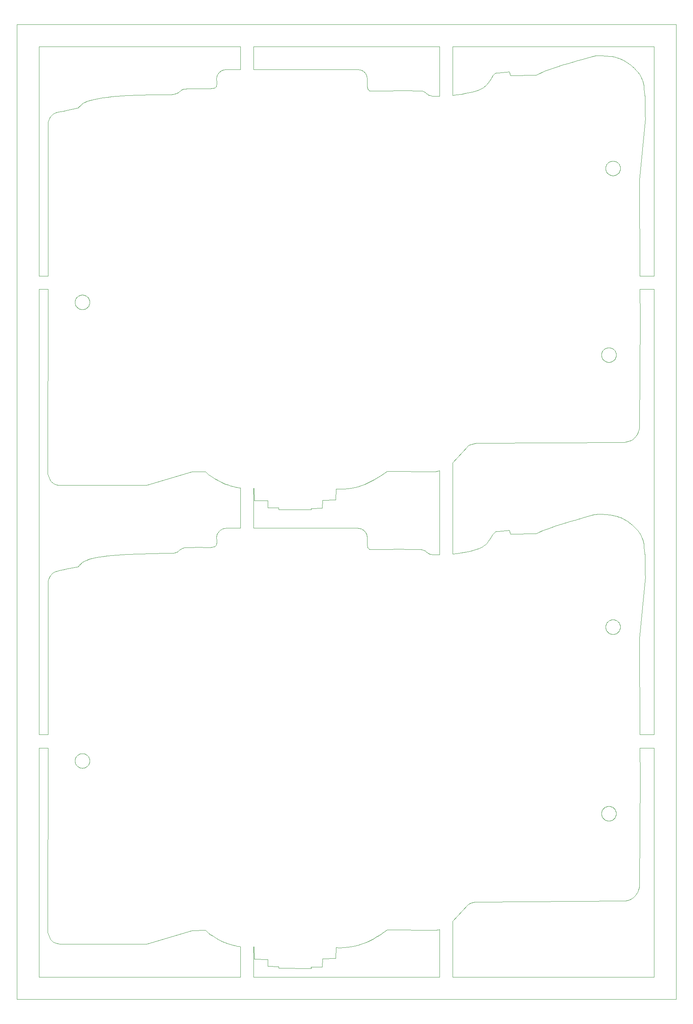
<source format=gbr>
%TF.GenerationSoftware,KiCad,Pcbnew,7.0.1*%
%TF.CreationDate,2023-05-21T16:14:24-05:00*%
%TF.ProjectId,panel,70616e65-6c2e-46b6-9963-61645f706362,rev?*%
%TF.SameCoordinates,Original*%
%TF.FileFunction,Profile,NP*%
%FSLAX46Y46*%
G04 Gerber Fmt 4.6, Leading zero omitted, Abs format (unit mm)*
G04 Created by KiCad (PCBNEW 7.0.1) date 2023-05-21 16:14:24*
%MOMM*%
%LPD*%
G01*
G04 APERTURE LIST*
%TA.AperFunction,Profile*%
%ADD10C,0.100000*%
%TD*%
G04 APERTURE END LIST*
D10*
X120089950Y-30519200D02*
X119925650Y-30641900D01*
X119636450Y-30931100D02*
X119513750Y-31095400D01*
X208406350Y-27211700D02*
X207981350Y-27148600D01*
X209296350Y-197434300D02*
X209335350Y-197590800D01*
X155205350Y-122350600D02*
X155834350Y-121965600D01*
X81640550Y-122798600D02*
X81771350Y-122985600D01*
X209173350Y-95281600D02*
X209090350Y-95420000D01*
X179067350Y-137821600D02*
X178824350Y-137956400D01*
X83120650Y-39818400D02*
X82838950Y-39910300D01*
X209296350Y-94024700D02*
X209335350Y-94181200D01*
X124514216Y-30155400D02*
X121285750Y-30155400D01*
X194211350Y-133565500D02*
X193469350Y-133849700D01*
X177196350Y-138528000D02*
X176330350Y-138737800D01*
X84589250Y-142934400D02*
X83998050Y-143041900D01*
X209575350Y-154469800D02*
X209702350Y-154564800D01*
X209819350Y-154671300D02*
X209925350Y-154788400D01*
X101630550Y-139323300D02*
X98995650Y-139429800D01*
X89624550Y-187478200D02*
X89479050Y-187547000D01*
X214665350Y-158437100D02*
X215957350Y-144554800D01*
X118977750Y-34112700D02*
X118881350Y-34198200D01*
X87205650Y-82449900D02*
X87229650Y-82289600D01*
X153231350Y-226793200D02*
X153905350Y-226473200D01*
X90123950Y-81567300D02*
X90220350Y-81697600D01*
X207284350Y-51505900D02*
X207379350Y-51378800D01*
X96595250Y-139584300D02*
X95490450Y-139681400D01*
X206940350Y-196458600D02*
X207086350Y-196389800D01*
X85165450Y-39377000D02*
X84880150Y-39458700D01*
X172485783Y-118797879D02*
X175731350Y-115223600D01*
X181364350Y-135208800D02*
X180972350Y-135839800D01*
X89327450Y-184444000D02*
X89479050Y-184498200D01*
X114364550Y-34464200D02*
X113928450Y-34501100D01*
X161918350Y-34899600D02*
X161051350Y-34876700D01*
X211529350Y-217559200D02*
X211846350Y-217498200D01*
X87571250Y-81567300D02*
X87680850Y-81446300D01*
X153249350Y-34414900D02*
X153206350Y-34239600D01*
X153139350Y-135481800D02*
X153106350Y-135269300D01*
X169485783Y-120597231D02*
X169485783Y-129909600D01*
X209567350Y-157210800D02*
X209429350Y-157293600D01*
X209283350Y-157362400D02*
X209132350Y-157416700D01*
X207606350Y-157114300D02*
X207485350Y-157004700D01*
X178824350Y-137956400D02*
X178563350Y-138081500D01*
X122323350Y-124009600D02*
X122873350Y-124166600D01*
X185267350Y-134023300D02*
X182665350Y-134289500D01*
X119149950Y-135700800D02*
X119166050Y-136312600D01*
X147007350Y-228148200D02*
X147884350Y-228124200D01*
X149544350Y-227934200D02*
X150330350Y-227777200D01*
X153206350Y-34239600D02*
X153176350Y-34039400D01*
X207036350Y-52095900D02*
X207076350Y-51937700D01*
X153148350Y-33562400D02*
X153150350Y-32291200D01*
X89010650Y-84255000D02*
X88847650Y-84263000D01*
X153139350Y-32072200D02*
X153106350Y-31859700D01*
X215071350Y-31986000D02*
X214852350Y-31590200D01*
X198767350Y-28692400D02*
X197217350Y-29150800D01*
X81527450Y-226012200D02*
X81640550Y-226208200D01*
X81771350Y-226395200D02*
X81922250Y-226569200D01*
X208652350Y-154187500D02*
X208821350Y-154196500D01*
X88684550Y-84255000D02*
X88524250Y-84231000D01*
X119050950Y-137419700D02*
X118977750Y-137522300D01*
X179505350Y-137528600D02*
X179294350Y-137678900D01*
X213897350Y-216148200D02*
X214082350Y-215852200D01*
X208494350Y-95960200D02*
X208349350Y-96029000D01*
X127587350Y-227938200D02*
X127712350Y-230730200D01*
X213869350Y-133707900D02*
X213414350Y-133236600D01*
X197217350Y-132560400D02*
X195703350Y-133041500D01*
X172485783Y-222207479D02*
X172485783Y-222207479D01*
X208349350Y-199438600D02*
X208197350Y-199492900D01*
X81067359Y-183114400D02*
X81042650Y-224714200D01*
X215858350Y-139728200D02*
X215804350Y-139222800D01*
X209173350Y-93727600D02*
X209242350Y-93873200D01*
X151445350Y-133608200D02*
X151233350Y-133576000D01*
X214525350Y-111355600D02*
X214632350Y-110922600D01*
X215923350Y-40493500D02*
X215908350Y-39787100D01*
X181735350Y-134697700D02*
X181548350Y-134933900D01*
X185502350Y-134889400D02*
X185267350Y-134023300D01*
X109353550Y-139172800D02*
X108913550Y-139219900D01*
X151233350Y-133576000D02*
X151014350Y-133565000D01*
X178283350Y-138196200D02*
X177985350Y-138300100D01*
X210228350Y-51937700D02*
X210269350Y-52095900D01*
X210270350Y-156161400D02*
X210231350Y-156317900D01*
X209294350Y-50908100D02*
X209439350Y-50977500D01*
X152210350Y-133928800D02*
X152033350Y-133822000D01*
X169485783Y-36155091D02*
X168467350Y-36165800D01*
X85165450Y-142786600D02*
X84880150Y-142868300D01*
X153176350Y-137449000D02*
X153148350Y-136972000D01*
X214582350Y-134587900D02*
X214257350Y-134158000D01*
X121285750Y-30155400D02*
X121066750Y-30166400D01*
X119513750Y-134505000D02*
X119406950Y-134681100D01*
X210172350Y-51786100D02*
X210228350Y-51937700D01*
X111134250Y-34827500D02*
X110967150Y-34954600D01*
X153054350Y-31654700D02*
X152982350Y-31458300D01*
X164113350Y-34932800D02*
X162679350Y-34923600D01*
X90220350Y-83528500D02*
X90123950Y-83658700D01*
X113928450Y-137910700D02*
X113476250Y-137913500D01*
X176505350Y-218118200D02*
X176809350Y-218012200D01*
X207132350Y-155195700D02*
X207201350Y-155051500D01*
X206802350Y-196541400D02*
X206940350Y-196458600D01*
X207737350Y-157210800D02*
X207606350Y-157114300D01*
X206067350Y-94504600D02*
X206075350Y-94341500D01*
X182266350Y-30914500D02*
X182149350Y-30960500D01*
X206344350Y-196998800D02*
X206441350Y-196868500D01*
X172485783Y-139365728D02*
X172485783Y-129909600D01*
X83408950Y-39745500D02*
X83120650Y-39818400D01*
X153150350Y-135700800D02*
X153139350Y-135481800D01*
X110190950Y-35513600D02*
X109987050Y-35600200D01*
X210763350Y-27937200D02*
X210386350Y-27768200D01*
X206441350Y-93458900D02*
X206551350Y-93337900D01*
X110967150Y-138364200D02*
X110779150Y-138539600D01*
X109987050Y-35600200D02*
X109779550Y-35669400D01*
X81340350Y-225594200D02*
X81527450Y-226012200D01*
X117656050Y-137889500D02*
X114364550Y-137873800D01*
X130690350Y-230777200D02*
X130741350Y-232363200D01*
X154376350Y-34967900D02*
X154136350Y-34977500D01*
X208197350Y-96083300D02*
X208041350Y-96122600D01*
X81640550Y-226208200D02*
X81771350Y-226395200D01*
X120452850Y-133732300D02*
X120266050Y-133822000D01*
X90303250Y-185245700D02*
X90372050Y-185391200D01*
X89479050Y-187547000D02*
X89327450Y-187601300D01*
X119160950Y-135481800D02*
X119149950Y-135700800D01*
X146095350Y-228125200D02*
X147007350Y-228148200D01*
X206940350Y-199369800D02*
X206802350Y-199287000D01*
X208489350Y-54070300D02*
X208329350Y-54046400D01*
X112120250Y-137922800D02*
X111906950Y-137951400D01*
X87268950Y-82133200D02*
X87323250Y-81981600D01*
X89010650Y-80971100D02*
X89171050Y-80995000D01*
X215381350Y-32737400D02*
X215246350Y-32367900D01*
X197217350Y-29150800D02*
X195703350Y-29631900D01*
X153930350Y-138375100D02*
X153754350Y-138340900D01*
X153054350Y-135064300D02*
X152982350Y-134867900D01*
X123383350Y-124292600D02*
X123860350Y-124390600D01*
X210005350Y-131029500D02*
X209618350Y-130901300D01*
X214082350Y-215852200D02*
X214249350Y-215523200D01*
X210103350Y-51641900D02*
X210172350Y-51786100D01*
X164836350Y-34957600D02*
X164113350Y-34932800D01*
X88847650Y-187672600D02*
X88684550Y-187664600D01*
X90220350Y-81697600D02*
X90303250Y-81836100D01*
X207237350Y-92925900D02*
X207394350Y-92886600D01*
X130741350Y-128953600D02*
X133183350Y-128989600D01*
X90220350Y-185107200D02*
X90303250Y-185245700D01*
X110390950Y-35407600D02*
X110190950Y-35513600D01*
X113598850Y-224255200D02*
X116680850Y-224221200D01*
X153905350Y-123063600D02*
X154562350Y-122717600D01*
X113598850Y-120845600D02*
X116680850Y-120811600D01*
X213476350Y-216646200D02*
X213695350Y-216412200D01*
X108460450Y-139235600D02*
X107517050Y-139233900D01*
X176330350Y-138737800D02*
X175391350Y-138929500D01*
X212989350Y-113621600D02*
X213240350Y-113442600D01*
X156453350Y-224974200D02*
X157665350Y-224137200D01*
X151847350Y-133732300D02*
X151650350Y-133660700D01*
X88847650Y-184372700D02*
X89010650Y-184380700D01*
X74042650Y-20000000D02*
X74042650Y-239819200D01*
X168467350Y-36165800D02*
X167885350Y-36118500D01*
X167885350Y-139528100D02*
X167630350Y-139488900D01*
X88052050Y-141971200D02*
X88012850Y-142047200D01*
X82096850Y-123319600D02*
X82297350Y-123463600D01*
X117004350Y-121137600D02*
X117378450Y-121459600D01*
X210172350Y-155195700D02*
X210228350Y-155347300D01*
X87205650Y-82776100D02*
X87197650Y-82613000D01*
X89763050Y-184649800D02*
X89893350Y-184746300D01*
X200370350Y-28236600D02*
X198767350Y-28692400D01*
X156453350Y-121564600D02*
X157665350Y-120727600D01*
X87474850Y-186938100D02*
X87391950Y-186799600D01*
X89893350Y-83889400D02*
X89763050Y-83985800D01*
X200370350Y-131646200D02*
X198767350Y-132102000D01*
X168467350Y-139575400D02*
X167885350Y-139528100D01*
X89624550Y-184567000D02*
X89763050Y-184649800D01*
X133195350Y-129352600D02*
X140506350Y-129409600D01*
X213240350Y-216852200D02*
X213476350Y-216646200D01*
X79042650Y-79704800D02*
X81067359Y-79704800D01*
X214852350Y-31590200D02*
X214582350Y-31178300D01*
X152663350Y-134340700D02*
X152525350Y-134189200D01*
X121093450Y-226998200D02*
X121731650Y-227227200D01*
X182523350Y-134283300D02*
X182390350Y-134295200D01*
X153106350Y-31859700D02*
X153054350Y-31654700D01*
X90014350Y-83779800D02*
X89893350Y-83889400D01*
X177825350Y-114425600D02*
X178187350Y-114401600D01*
X215888350Y-140329700D02*
X215858350Y-139728200D01*
X120452850Y-30322700D02*
X120266050Y-30412400D01*
X209429350Y-157293600D02*
X209283350Y-157362400D01*
X117656050Y-34479900D02*
X114364550Y-34464200D01*
X88459350Y-141649300D02*
X88363150Y-141793400D01*
X119193150Y-135269300D02*
X119160950Y-135481800D01*
X206028350Y-27003900D02*
X205578350Y-27000000D01*
X89080450Y-141123700D02*
X88890250Y-141247700D01*
X88258250Y-38406000D02*
X88172550Y-38443800D01*
X205578350Y-130409600D02*
X205170350Y-130423600D01*
X162679350Y-138333200D02*
X161918350Y-138309200D01*
X212639350Y-132556500D02*
X212260350Y-132261500D01*
X209618350Y-130901300D02*
X209223350Y-130791800D01*
X207088350Y-130468800D02*
X206028350Y-130413500D01*
X207379350Y-154788400D02*
X207485350Y-154671300D01*
X91025050Y-36975100D02*
X90363050Y-37163700D01*
X121066750Y-133576000D02*
X120854250Y-133608200D01*
X82838950Y-39910300D02*
X82566150Y-40026600D01*
X206139350Y-197434300D02*
X206193350Y-197282800D01*
X151847350Y-30322700D02*
X151650350Y-30251100D01*
X207201350Y-155051500D02*
X207284350Y-154915500D01*
X206802350Y-95877400D02*
X206672350Y-95780900D01*
X176222350Y-114844600D02*
X176505350Y-114708600D01*
X207011350Y-155669300D02*
X207036350Y-155505500D01*
X207606350Y-53704700D02*
X207485350Y-53595100D01*
X89624550Y-84068600D02*
X89479050Y-84137400D01*
X152525350Y-30779600D02*
X152374350Y-30641900D01*
X90014350Y-184855900D02*
X90123950Y-184976900D01*
X166473350Y-35438900D02*
X166301350Y-35306000D01*
X210020350Y-154915500D02*
X210103350Y-155051500D01*
X98995650Y-36020200D02*
X97764650Y-36091500D01*
X174381350Y-139104700D02*
X173303350Y-139263300D01*
X207379350Y-51378800D02*
X207485350Y-51261700D01*
X120266050Y-30412400D02*
X120089950Y-30519200D01*
X206193350Y-198545600D02*
X206139350Y-198394100D01*
X165586350Y-35000600D02*
X165246350Y-34957500D01*
X207073350Y-156317900D02*
X207034350Y-156161400D01*
X83087050Y-227193200D02*
X83422950Y-227256200D01*
X167630350Y-36079300D02*
X167402350Y-36028900D01*
X87474850Y-81697600D02*
X87571250Y-81567300D01*
X177825350Y-217835200D02*
X178187350Y-217811200D01*
X87229650Y-185699200D02*
X87268950Y-185542800D01*
X191981350Y-134474500D02*
X191232350Y-134820200D01*
X208815350Y-157479900D02*
X208652350Y-157487900D01*
X111134250Y-138237100D02*
X110967150Y-138364200D01*
X173303350Y-139263300D02*
X172485783Y-139365728D01*
X207196350Y-156615000D02*
X207128350Y-156469400D01*
X214525350Y-214765200D02*
X214632350Y-214332200D01*
X213897350Y-112738600D02*
X214082350Y-112442600D01*
X169485783Y-224006831D02*
X169485783Y-234819200D01*
X104478450Y-139259200D02*
X101630550Y-139323300D01*
X208010350Y-154317700D02*
X208161350Y-154262200D01*
X119774150Y-134189200D02*
X119636450Y-134340700D01*
X206139350Y-94984500D02*
X206099350Y-94828000D01*
X89763050Y-81240200D02*
X89893350Y-81336700D01*
X209698350Y-53704700D02*
X209567350Y-53801200D01*
X89479050Y-84137400D02*
X89327450Y-84191700D01*
X90426250Y-185542800D02*
X90465650Y-185699200D01*
X209439350Y-50977500D02*
X209575350Y-51060200D01*
X214249350Y-112113600D02*
X214397350Y-111752600D01*
X213414350Y-133236600D02*
X213024350Y-132881600D01*
X87205650Y-185859500D02*
X87229650Y-185699200D01*
X119103950Y-137297500D02*
X119050950Y-137419700D01*
X168527350Y-224208200D02*
X169216350Y-224077200D01*
X88070650Y-187478200D02*
X87932150Y-187395400D01*
X206075350Y-198077300D02*
X206067350Y-197914200D01*
X119281750Y-122708600D02*
X120404650Y-123318600D01*
X151233350Y-30166400D02*
X151014350Y-30155400D01*
X164113350Y-138342400D02*
X162679350Y-138333200D01*
X169485783Y-129909600D02*
X169485783Y-139564691D01*
X206802350Y-93131800D02*
X206940350Y-93049000D01*
X88723350Y-141376900D02*
X88579150Y-141510800D01*
X153148350Y-136972000D02*
X153150350Y-135700800D01*
X209242350Y-93873200D02*
X209296350Y-94024700D01*
X209359350Y-94667700D02*
X209335350Y-94828000D01*
X209090350Y-196998800D02*
X209173350Y-197137200D01*
X177472350Y-217875200D02*
X177825350Y-217835200D01*
X152539350Y-227086200D02*
X153231350Y-226793200D01*
X207880350Y-199556100D02*
X207717350Y-199564100D01*
X120854250Y-133608200D02*
X120649250Y-133660700D01*
X120404650Y-226728200D02*
X121093450Y-226998200D01*
X117378450Y-224869200D02*
X117798550Y-225186200D01*
X81340350Y-122184600D02*
X81527450Y-122602600D01*
X207011350Y-52259700D02*
X207036350Y-52095900D01*
X207875350Y-53884000D02*
X207737350Y-53801200D01*
X211885350Y-28584700D02*
X211511350Y-28343900D01*
X207002350Y-155838000D02*
X207011350Y-155669300D01*
X153176350Y-34039400D02*
X153148350Y-33562400D01*
X118206950Y-34414500D02*
X117656050Y-34479900D01*
X207554350Y-196272300D02*
X207717350Y-196264300D01*
X207737350Y-53801200D02*
X207606350Y-53704700D01*
X88524250Y-184404600D02*
X88684550Y-184380700D01*
X208652350Y-157487900D02*
X208489350Y-157479900D01*
X215804350Y-139222800D02*
X215727350Y-138543300D01*
X215613350Y-137199700D02*
X215559350Y-136856000D01*
X109353550Y-35763200D02*
X108913550Y-35810300D01*
X123860350Y-227800200D02*
X124305350Y-227873200D01*
X93483850Y-36506900D02*
X92588250Y-36647500D01*
X204117350Y-130576000D02*
X203795350Y-130666900D01*
X214736994Y-183114400D02*
X217957350Y-183114400D01*
X206262350Y-93727600D02*
X206344350Y-93589200D01*
X97764650Y-139501100D02*
X96595250Y-139584300D01*
X215246350Y-32367900D02*
X215071350Y-31986000D01*
X214397350Y-111752600D02*
X214525350Y-111355600D01*
X90489550Y-185859500D02*
X90497650Y-186022600D01*
X87474850Y-83528500D02*
X87391950Y-83390000D01*
X207554350Y-96146500D02*
X207394350Y-96122600D01*
X120404650Y-123318600D02*
X121093450Y-123588600D01*
X208821350Y-50786900D02*
X208985350Y-50811900D01*
X207485350Y-53595100D02*
X207376350Y-53474100D01*
X166103350Y-138592700D02*
X165868350Y-138488200D01*
X160040350Y-138296700D02*
X157998350Y-138362700D01*
X178824350Y-34546800D02*
X178563350Y-34671900D01*
X210108350Y-53205400D02*
X210025350Y-53343800D01*
X178187350Y-217811200D02*
X210861350Y-217622200D01*
X209090350Y-93589200D02*
X209173350Y-93727600D01*
X206672350Y-95780900D02*
X206551350Y-95671300D01*
X214082350Y-112442600D02*
X214249350Y-112113600D01*
X207237350Y-96083300D02*
X207086350Y-96029000D01*
X208172350Y-157416700D02*
X208021350Y-157362400D01*
X165586350Y-138410200D02*
X165246350Y-138367100D01*
X212444350Y-113902600D02*
X212724350Y-113774600D01*
X167202350Y-139376200D02*
X167031350Y-139301300D01*
X207394350Y-96122600D02*
X207237350Y-96083300D01*
X177472350Y-114465600D02*
X177825350Y-114425600D01*
X209335350Y-198237600D02*
X209296350Y-198394100D01*
X108913550Y-139219900D02*
X108460450Y-139235600D01*
X193469350Y-30440100D02*
X192726350Y-30741900D01*
X208010350Y-50908100D02*
X208161350Y-50852600D01*
X181735350Y-31288100D02*
X181548350Y-31524300D01*
X215484350Y-136505700D02*
X215381350Y-136147000D01*
X175963350Y-115014600D02*
X176222350Y-114844600D01*
X119245650Y-31654700D02*
X119193150Y-31859700D01*
X88070650Y-84068600D02*
X87932150Y-83985800D01*
X89171050Y-184404600D02*
X89327450Y-184444000D01*
X89293350Y-37594700D02*
X89080450Y-37714100D01*
X191981350Y-31064900D02*
X191232350Y-31410600D01*
X157665350Y-224137200D02*
X168527350Y-224208200D01*
X206075350Y-94667700D02*
X206067350Y-94504600D01*
X82789350Y-123697600D02*
X83087050Y-123783600D01*
X81042650Y-224714200D02*
X81186850Y-225157200D01*
X206344350Y-93589200D02*
X206441350Y-93458900D01*
X88847650Y-80963100D02*
X89010650Y-80971100D01*
X81239550Y-41560400D02*
X81089750Y-42009400D01*
X121731650Y-227227200D02*
X122323350Y-227419200D01*
X88172550Y-38443800D02*
X88104850Y-38496500D01*
X211846350Y-217498200D02*
X212152350Y-217416200D01*
X89327450Y-187601300D02*
X89171050Y-187640600D01*
X88012850Y-142047200D02*
X87966350Y-142225400D01*
X107517050Y-139233900D02*
X104478450Y-139259200D01*
X207237350Y-196335500D02*
X207394350Y-196296200D01*
X83799650Y-227294200D02*
X103398450Y-227293200D01*
X82056550Y-40355300D02*
X81824050Y-40579600D01*
X182523350Y-30873700D02*
X182390350Y-30885600D01*
X208172350Y-54007100D02*
X208021350Y-53952800D01*
X212444350Y-217312200D02*
X212724350Y-217184200D01*
X84589250Y-39524800D02*
X83998050Y-39632300D01*
X193469350Y-133849700D02*
X192726350Y-134151500D01*
X152033350Y-30412400D02*
X151847350Y-30322700D01*
X206193350Y-197282800D02*
X206262350Y-197137200D01*
X203795350Y-27257300D02*
X202041350Y-27765300D01*
X208197350Y-199492900D02*
X208041350Y-199532200D01*
X151014350Y-133565000D02*
X127514216Y-133565000D01*
X213024350Y-132881600D02*
X212639350Y-132556500D01*
X209132350Y-54007100D02*
X208975350Y-54046400D01*
X81069141Y-76704800D02*
X79042650Y-76704800D01*
X209296350Y-198394100D02*
X209242350Y-198545600D01*
X207394350Y-92886600D02*
X207554350Y-92862700D01*
X117798550Y-121776600D02*
X118259050Y-122090600D01*
X151014350Y-30155400D02*
X127514216Y-30155400D01*
X90372050Y-185391200D02*
X90426250Y-185542800D01*
X151090350Y-227583200D02*
X151826350Y-227351200D01*
X152893350Y-31271500D02*
X152786350Y-31095400D01*
X191232350Y-134820200D02*
X185502350Y-134889400D01*
X127514216Y-124530621D02*
X127514216Y-124530621D01*
X140471350Y-232529200D02*
X143031350Y-232472200D01*
X122873350Y-227576200D02*
X123383350Y-227702200D01*
X127514216Y-30155400D02*
X127514216Y-25000000D01*
X110390950Y-138817200D02*
X110190950Y-138923200D01*
X210270350Y-52751800D02*
X210231350Y-52908300D01*
X152663350Y-30931100D02*
X152525350Y-30779600D01*
X81186850Y-225157200D02*
X81340350Y-225594200D01*
X146082350Y-230562200D02*
X146095350Y-228125200D01*
X207086350Y-196389800D02*
X207237350Y-196335500D01*
X204117350Y-27166400D02*
X203795350Y-27257300D01*
X204796350Y-27045500D02*
X204448350Y-27096100D01*
X166301350Y-35306000D02*
X166103350Y-35183100D01*
X90014350Y-187189400D02*
X89893350Y-187299000D01*
X217957350Y-234819200D02*
X172485783Y-234819200D01*
X104478450Y-35849600D02*
X101630550Y-35913700D01*
X153386350Y-34692300D02*
X153308350Y-34565600D01*
X215727350Y-35133700D02*
X215679350Y-34464400D01*
X112562550Y-34489500D02*
X112120250Y-34513200D01*
X210386350Y-27768200D02*
X210005350Y-27619900D01*
X118758950Y-137678400D02*
X118607650Y-137736400D01*
X208021350Y-157362400D02*
X207875350Y-157293600D01*
X208633350Y-93131800D02*
X208763350Y-93228300D01*
X202041350Y-27765300D02*
X200370350Y-28236600D01*
X81089750Y-145419000D02*
X81069141Y-180114400D01*
X185267350Y-30613700D02*
X182665350Y-30879900D01*
X81067359Y-183114400D02*
X81067359Y-183114400D01*
X207603350Y-51155200D02*
X207730350Y-51060200D01*
X209575350Y-51060200D02*
X209702350Y-51155200D01*
X182038350Y-134431100D02*
X181933350Y-134507000D01*
X209283350Y-53952800D02*
X209132350Y-54007100D01*
X97764650Y-36091500D02*
X96595250Y-36174700D01*
X194211350Y-30155900D02*
X193469350Y-30440100D01*
X208820350Y-130698800D02*
X208406350Y-130621300D01*
X209819350Y-51261700D02*
X209925350Y-51378800D01*
X90489550Y-186185700D02*
X90465650Y-186346000D01*
X127514216Y-133565000D02*
X127514216Y-129909600D01*
X181933350Y-134507000D02*
X181735350Y-134697700D01*
X207554350Y-92862700D02*
X207717350Y-92854700D01*
X124514216Y-25000000D02*
X124514216Y-30155400D01*
X209429350Y-53884000D02*
X209283350Y-53952800D01*
X167031350Y-35891700D02*
X166891350Y-35803600D01*
X208494350Y-93049000D02*
X208633350Y-93131800D01*
X210176350Y-53059800D02*
X210108350Y-53205400D01*
X110587050Y-138690000D02*
X110390950Y-138817200D01*
X133183350Y-128989600D02*
X133195350Y-129352600D01*
X87680850Y-184855900D02*
X87801950Y-184746300D01*
X208041350Y-96122600D02*
X207880350Y-96146500D01*
X210231350Y-156317900D02*
X210176350Y-156469400D01*
X109987050Y-139009800D02*
X109779550Y-139079000D01*
X143041350Y-230644200D02*
X146082350Y-230562200D01*
X166784350Y-35701600D02*
X166473350Y-35438900D01*
X207086350Y-96029000D02*
X206940350Y-95960200D01*
X91025050Y-140384700D02*
X90363050Y-140573300D01*
X206075350Y-94341500D02*
X206099350Y-94181200D01*
X89893350Y-187299000D02*
X89763050Y-187395400D01*
X118206950Y-137824100D02*
X117656050Y-137889500D01*
X212152350Y-114006600D02*
X212444350Y-113902600D01*
X119281750Y-226118200D02*
X120404650Y-226728200D01*
X120649250Y-133660700D02*
X120452850Y-133732300D01*
X207866350Y-154387100D02*
X208010350Y-154317700D01*
X89327450Y-81034400D02*
X89479050Y-81088600D01*
X147884350Y-124714600D02*
X148729350Y-124641600D01*
X152786350Y-134505000D02*
X152663350Y-134340700D01*
X90014350Y-81446300D02*
X90123950Y-81567300D01*
X176505350Y-114708600D02*
X176809350Y-114602600D01*
X118977750Y-137522300D02*
X118881350Y-137607800D01*
X89893350Y-184746300D02*
X90014350Y-184855900D01*
X87801950Y-81336700D02*
X87932150Y-81240200D01*
X164836350Y-138367200D02*
X164113350Y-138342400D01*
X215381350Y-136147000D02*
X215246350Y-135777500D01*
X207875350Y-157293600D02*
X207737350Y-157210800D01*
X87801950Y-187299000D02*
X87680850Y-187189400D01*
X88684550Y-80971100D02*
X88847650Y-80963100D01*
X90372050Y-83244500D02*
X90303250Y-83390000D01*
X88052050Y-38561600D02*
X88012850Y-38637600D01*
X181364350Y-31799200D02*
X180972350Y-32430200D01*
X185502350Y-31479800D02*
X185267350Y-30613700D01*
X81922250Y-226569200D02*
X82096850Y-226729200D01*
X208320350Y-154221500D02*
X208483350Y-154196500D01*
X79042650Y-234819200D02*
X79042650Y-183114400D01*
X79042650Y-180114400D02*
X79042650Y-79704800D01*
X123860350Y-124390600D02*
X124305350Y-124463600D01*
X157998350Y-34953100D02*
X154376350Y-34967900D01*
X87966350Y-142225400D02*
X85165450Y-142786600D01*
X84880150Y-39458700D02*
X84589250Y-39524800D01*
X215904350Y-38311800D02*
X215888350Y-36920100D01*
X87268950Y-186502500D02*
X87229650Y-186346000D01*
X209618350Y-27491700D02*
X209223350Y-27382200D01*
X181548350Y-134933900D02*
X181364350Y-135208800D01*
X90123950Y-83658700D02*
X90014350Y-83779800D01*
X208021350Y-53952800D02*
X207875350Y-53884000D01*
X203795350Y-130666900D02*
X202041350Y-131174900D01*
X179885350Y-33800100D02*
X179505350Y-34119000D01*
X178563350Y-34671900D02*
X178283350Y-34786600D01*
X123383350Y-227702200D02*
X123860350Y-227800200D01*
X111700450Y-137994600D02*
X111502050Y-138054900D01*
X206672350Y-93228300D02*
X206802350Y-93131800D01*
X212260350Y-132261500D02*
X211885350Y-131994300D01*
X178563350Y-138081500D02*
X178283350Y-138196200D01*
X207128350Y-53059800D02*
X207073350Y-52908300D01*
X81771350Y-122985600D02*
X81922250Y-123159600D01*
X211511350Y-28343900D02*
X211138350Y-28128400D01*
X81186850Y-121747600D02*
X81340350Y-122184600D01*
X207880350Y-92862700D02*
X208041350Y-92886600D01*
X214582350Y-31178300D02*
X214257350Y-30748400D01*
X79042650Y-183114400D02*
X81067359Y-183114400D01*
X208884350Y-93337900D02*
X208994350Y-93458900D01*
X82789350Y-227107200D02*
X83087050Y-227193200D01*
X118758950Y-34268800D02*
X118607650Y-34326800D01*
X207981350Y-130558200D02*
X207088350Y-130468800D01*
X208483350Y-154196500D02*
X208652350Y-154187500D01*
X83799650Y-123884600D02*
X103398450Y-123883600D01*
X151090350Y-124173600D02*
X151826350Y-123941600D01*
X209335350Y-94828000D02*
X209296350Y-94984500D01*
X89763050Y-187395400D02*
X89624550Y-187478200D01*
X89171050Y-187640600D02*
X89010650Y-187664600D01*
X120649250Y-30251100D02*
X120452850Y-30322700D01*
X182038350Y-31021500D02*
X181933350Y-31097400D01*
X101630550Y-35913700D02*
X98995650Y-36020200D01*
X161051350Y-34876700D02*
X160040350Y-34887100D01*
X214728284Y-180114400D02*
X214665350Y-158437100D01*
X209928350Y-53474100D02*
X209819350Y-53595100D01*
X88070650Y-84068600D02*
X88070650Y-84068600D01*
X87391950Y-185245700D02*
X87474850Y-185107200D01*
X215484350Y-33096100D02*
X215381350Y-32737400D01*
X208489350Y-157479900D02*
X208329350Y-157456000D01*
X121066750Y-30166400D02*
X120854250Y-30198600D01*
X119925650Y-134051500D02*
X119774150Y-134189200D01*
X87801950Y-184746300D02*
X87932150Y-184649800D01*
X154562350Y-122717600D02*
X155205350Y-122350600D01*
X95490450Y-139681400D02*
X94452250Y-139792000D01*
X214632350Y-214332200D02*
X214755350Y-189436800D01*
X206139350Y-198394100D02*
X206099350Y-198237600D01*
X83998050Y-143041900D02*
X83408950Y-143155100D01*
X88172550Y-141853400D02*
X88104850Y-141906100D01*
X74042650Y-239819200D02*
X222957350Y-239819200D01*
X217957350Y-180114400D02*
X214728284Y-180114400D01*
X166784350Y-139111200D02*
X166473350Y-138848500D01*
X214257350Y-30748400D02*
X213869350Y-30298300D01*
X154136350Y-138387100D02*
X153930350Y-138375100D01*
X207730350Y-51060200D02*
X207866350Y-50977500D01*
X208633350Y-196541400D02*
X208763350Y-196637900D01*
X207034350Y-156161400D02*
X207010350Y-156001100D01*
X119406950Y-134681100D02*
X119317250Y-134867900D01*
X130741350Y-232363200D02*
X133183350Y-232399200D01*
X169485783Y-139564691D02*
X168467350Y-139575400D01*
X215679350Y-34464400D02*
X215613350Y-33790100D01*
X214728284Y-76704800D02*
X214728284Y-76704800D01*
X207485350Y-154671300D02*
X207603350Y-154564800D01*
X207279350Y-53343800D02*
X207196350Y-53205400D01*
X118881350Y-34198200D02*
X118758950Y-34268800D01*
X118259050Y-122090600D02*
X118755150Y-122400600D01*
X209335350Y-197590800D02*
X209359350Y-197751100D01*
X90363050Y-37163700D02*
X89785350Y-37370500D01*
X207603350Y-154564800D02*
X207730350Y-154469800D01*
X94452250Y-139792000D02*
X93483850Y-139916500D01*
X206672350Y-196637900D02*
X206802350Y-196541400D01*
X111502050Y-34645300D02*
X111312850Y-34725300D01*
X124514216Y-234819200D02*
X79042650Y-234819200D01*
X167402350Y-36028900D02*
X167202350Y-35966600D01*
X208329350Y-54046400D02*
X208172350Y-54007100D01*
X140506350Y-232819200D02*
X140471350Y-232529200D01*
X206075350Y-197751100D02*
X206099350Y-197590800D01*
X120266050Y-133822000D02*
X120089950Y-133928800D01*
X209090350Y-95420000D02*
X208994350Y-95550300D01*
X88216150Y-81088600D02*
X88367750Y-81034400D01*
X87966350Y-38815800D02*
X85165450Y-39377000D01*
X87932150Y-83985800D02*
X87801950Y-83889400D01*
X152539350Y-123676600D02*
X153231350Y-123383600D01*
X207717350Y-199564100D02*
X207554350Y-199556100D01*
X89080450Y-37714100D02*
X88890250Y-37838100D01*
X207034350Y-52751800D02*
X207010350Y-52591500D01*
X207076350Y-155347300D02*
X207132350Y-155195700D01*
X214755350Y-189436800D02*
X214736994Y-183114400D01*
X209090350Y-198829600D02*
X208994350Y-198959900D01*
X92588250Y-140057100D02*
X91767650Y-140212600D01*
X95490450Y-36271800D02*
X94452250Y-36382400D01*
X213240350Y-113442600D02*
X213476350Y-113236600D01*
X152893350Y-134681100D02*
X152786350Y-134505000D01*
X192726350Y-30741900D02*
X191981350Y-31064900D01*
X87391950Y-186799600D02*
X87323250Y-186654100D01*
X178283350Y-34786600D02*
X177985350Y-34890500D01*
X157998350Y-138362700D02*
X154376350Y-138377500D01*
X215071350Y-135395600D02*
X214852350Y-134999800D01*
X87268950Y-83092900D02*
X87229650Y-82936400D01*
X207485350Y-157004700D02*
X207376350Y-156883700D01*
X87680850Y-83779800D02*
X87571250Y-83658700D01*
X153206350Y-137649200D02*
X153176350Y-137449000D01*
X217957350Y-79704800D02*
X217957350Y-180114400D01*
X172485783Y-25000000D02*
X217957350Y-25000000D01*
X152525350Y-134189200D02*
X152374350Y-134051500D01*
X82527350Y-227000200D02*
X82789350Y-227107200D01*
X210108350Y-156615000D02*
X210025350Y-156753400D01*
X180972350Y-135839800D02*
X180750350Y-136180800D01*
X87205650Y-186185700D02*
X87197650Y-186022600D01*
X90465650Y-185699200D02*
X90489550Y-185859500D01*
X116680850Y-224221200D02*
X117004350Y-224547200D01*
X222957350Y-239819200D02*
X222957350Y-20000000D01*
X213869350Y-30298300D02*
X213414350Y-29827000D01*
X195703350Y-29631900D02*
X194211350Y-30155900D01*
X113928450Y-34501100D02*
X113476250Y-34503900D01*
X207036350Y-155505500D02*
X207076350Y-155347300D01*
X209819350Y-53595100D02*
X209698350Y-53704700D01*
X207880350Y-196272300D02*
X208041350Y-196296200D01*
X116680850Y-120811600D02*
X117004350Y-121137600D01*
X172485783Y-222207479D02*
X175731350Y-218633200D01*
X207073350Y-52908300D02*
X207034350Y-52751800D01*
X206441350Y-198959900D02*
X206344350Y-198829600D01*
X119636450Y-134340700D02*
X119513750Y-134505000D01*
X155205350Y-225760200D02*
X155834350Y-225375200D01*
X110967150Y-34954600D02*
X110779150Y-35130000D01*
X87197650Y-186022600D02*
X87205650Y-185859500D01*
X119166050Y-32903000D02*
X119170250Y-33381100D01*
X215957350Y-144554800D02*
X215923350Y-143903100D01*
X211200350Y-114190600D02*
X211529350Y-114149600D01*
X206551350Y-196747500D02*
X206672350Y-196637900D01*
X87323250Y-83244500D02*
X87268950Y-83092900D01*
X90363050Y-140573300D02*
X89785350Y-140780100D01*
X87932150Y-187395400D02*
X87801950Y-187299000D01*
X215858350Y-36318600D02*
X215804350Y-35813200D01*
X127514216Y-234819200D02*
X127514216Y-227940221D01*
X112562550Y-137899100D02*
X112120250Y-137922800D01*
X208494350Y-196458600D02*
X208633350Y-196541400D01*
X210020350Y-51505900D02*
X210103350Y-51641900D01*
X151826350Y-227351200D02*
X152539350Y-227086200D01*
X213695350Y-113002600D02*
X213897350Y-112738600D01*
X98995650Y-139429800D02*
X97764650Y-139501100D01*
X215559350Y-136856000D02*
X215484350Y-136505700D01*
X88524250Y-84231000D02*
X88367750Y-84191700D01*
X153106350Y-135269300D02*
X153054350Y-135064300D01*
X208349350Y-196389800D02*
X208494350Y-196458600D01*
X176222350Y-218254200D02*
X176505350Y-218118200D01*
X208763350Y-199190500D02*
X208633350Y-199287000D01*
X207010350Y-156001100D02*
X207002350Y-155838000D01*
X208161350Y-50852600D02*
X208320350Y-50811900D01*
X118424650Y-34374600D02*
X118206950Y-34414500D01*
X90303250Y-81836100D02*
X90372050Y-81981600D01*
X206672350Y-199190500D02*
X206551350Y-199080900D01*
X202041350Y-131174900D02*
X200370350Y-131646200D01*
X177985350Y-34890500D02*
X177196350Y-35118400D01*
X90426250Y-82133200D02*
X90465650Y-82289600D01*
X177133350Y-217931200D02*
X177472350Y-217875200D01*
X214736994Y-79704800D02*
X217957350Y-79704800D01*
X210025350Y-53343800D02*
X209928350Y-53474100D01*
X207717350Y-196264300D02*
X207880350Y-196272300D01*
X210269350Y-52095900D02*
X210294350Y-52259700D01*
X215613350Y-33790100D02*
X215559350Y-33446400D01*
X153930350Y-34965500D02*
X153754350Y-34931300D01*
X208994350Y-93458900D02*
X209090350Y-93589200D01*
X208884350Y-196747500D02*
X208994350Y-196868500D01*
X113476250Y-34503900D02*
X112562550Y-34489500D01*
X82096850Y-226729200D02*
X82297350Y-226873200D01*
X88684550Y-187664600D02*
X88524250Y-187640600D01*
X209143350Y-154262200D02*
X209294350Y-154317700D01*
X81413250Y-144586000D02*
X81239550Y-144970000D01*
X191232350Y-31410600D02*
X185502350Y-31479800D01*
X88459350Y-38239700D02*
X88363150Y-38383800D01*
X87323250Y-81981600D02*
X87391950Y-81836100D01*
X210294350Y-52259700D02*
X210302350Y-52428400D01*
X210025350Y-156753400D02*
X209928350Y-156883700D01*
X212152350Y-217416200D02*
X212444350Y-217312200D01*
X90489550Y-82776100D02*
X90465650Y-82936400D01*
X210294350Y-156001100D02*
X210270350Y-156161400D01*
X87474850Y-185107200D02*
X87571250Y-184976900D01*
X210103350Y-155051500D02*
X210172350Y-155195700D01*
X204796350Y-130455100D02*
X204448350Y-130505700D01*
X215923350Y-143903100D02*
X215908350Y-143196700D01*
X206551350Y-199080900D02*
X206441350Y-198959900D01*
X119139550Y-33743900D02*
X119103950Y-33887900D01*
X211138350Y-28128400D02*
X210763350Y-27937200D01*
X121285750Y-30155400D02*
X121285750Y-30155400D01*
X153308350Y-137975200D02*
X153249350Y-137824500D01*
X110587050Y-35280400D02*
X110390950Y-35407600D01*
X206099350Y-197590800D02*
X206139350Y-197434300D01*
X152374350Y-134051500D02*
X152210350Y-133928800D01*
X209294350Y-154317700D02*
X209439350Y-154387100D01*
X212724350Y-217184200D02*
X212989350Y-217031200D01*
X114364550Y-137873800D02*
X113928450Y-137910700D01*
X209702350Y-154564800D02*
X209819350Y-154671300D01*
X82566150Y-143436200D02*
X82304650Y-143582500D01*
X206262350Y-197137200D02*
X206344350Y-196998800D01*
X207237350Y-199492900D02*
X207086350Y-199438600D01*
X209359350Y-94341500D02*
X209367350Y-94504600D01*
X90497650Y-186022600D02*
X90489550Y-186185700D01*
X81824050Y-40579600D02*
X81608550Y-40851400D01*
X88070650Y-187478200D02*
X88070650Y-187478200D01*
X90489550Y-82449900D02*
X90497650Y-82613000D01*
X167031350Y-139301300D02*
X166891350Y-139213200D01*
X208197350Y-196335500D02*
X208349350Y-196389800D01*
X90372050Y-81981600D02*
X90426250Y-82133200D01*
X206940350Y-95960200D02*
X206802350Y-95877400D01*
X174381350Y-35695100D02*
X173303350Y-35853700D01*
X182266350Y-134324100D02*
X182149350Y-134370100D01*
X208994350Y-196868500D02*
X209090350Y-196998800D01*
X81413250Y-41176400D02*
X81239550Y-41560400D01*
X214852350Y-134999800D02*
X214582350Y-134587900D01*
X81069141Y-180114400D02*
X79042650Y-180114400D01*
X175391350Y-138929500D02*
X174381350Y-139104700D01*
X147884350Y-228124200D02*
X148729350Y-228051200D01*
X151650350Y-30251100D02*
X151445350Y-30198600D01*
X119406950Y-31271500D02*
X119317250Y-31458300D01*
X90303250Y-83390000D02*
X90220350Y-83528500D01*
X210302350Y-155838000D02*
X210294350Y-156001100D01*
X90465650Y-186346000D02*
X90426250Y-186502500D01*
X209359350Y-94341500D02*
X209359350Y-94341500D01*
X207376350Y-156883700D02*
X207279350Y-156753400D01*
X153606350Y-138284300D02*
X153484350Y-138204700D01*
X207376350Y-53474100D02*
X207279350Y-53343800D01*
X90303250Y-186799600D02*
X90220350Y-186938100D01*
X182390350Y-134295200D02*
X182266350Y-134324100D01*
X90497650Y-82613000D02*
X90489550Y-82776100D01*
X207086350Y-92980200D02*
X207237350Y-92925900D01*
X213024350Y-29472000D02*
X212639350Y-29146900D01*
X208994350Y-198959900D02*
X208884350Y-199080900D01*
X207717350Y-96154500D02*
X207554350Y-96146500D01*
X103398450Y-123883600D02*
X113598850Y-120845600D01*
X181933350Y-31097400D02*
X181735350Y-31288100D01*
X88104850Y-141906100D02*
X88052050Y-141971200D01*
X182665350Y-30879900D02*
X182523350Y-30873700D01*
X118755150Y-225810200D02*
X119281750Y-226118200D01*
X205170350Y-130423600D02*
X204796350Y-130455100D01*
X208820350Y-27289200D02*
X208406350Y-27211700D01*
X89785350Y-37370500D02*
X89293350Y-37594700D01*
X176809350Y-218012200D02*
X177133350Y-217931200D01*
X214257350Y-134158000D02*
X213869350Y-133707900D01*
X88723350Y-37967300D02*
X88579150Y-38101200D01*
X206139350Y-94024700D02*
X206193350Y-93873200D01*
X165246350Y-138367100D02*
X164836350Y-138367200D01*
X180750350Y-32771200D02*
X180500350Y-33118500D01*
X176330350Y-35328200D02*
X175391350Y-35519900D01*
X140471350Y-129119600D02*
X143031350Y-129062600D01*
X207002350Y-52428400D02*
X207011350Y-52259700D01*
X209143350Y-50852600D02*
X209294350Y-50908100D01*
X90220350Y-186938100D02*
X90123950Y-187068300D01*
X88367750Y-187601300D02*
X88216150Y-187547000D01*
X82056550Y-143764900D02*
X81824050Y-143989200D01*
X152982350Y-134867900D02*
X152893350Y-134681100D01*
X152033350Y-133822000D02*
X151847350Y-133732300D01*
X208633350Y-95877400D02*
X208494350Y-95960200D01*
X87391950Y-81836100D02*
X87474850Y-81697600D01*
X207201350Y-51641900D02*
X207284350Y-51505900D01*
X212260350Y-28851900D02*
X211885350Y-28584700D01*
X169216350Y-120667600D02*
X169485783Y-120597231D01*
X195703350Y-133041500D02*
X194211350Y-133565500D01*
X205578350Y-27000000D02*
X205170350Y-27014000D01*
X215957350Y-41145200D02*
X215923350Y-40493500D01*
X87571250Y-184976900D02*
X87680850Y-184855900D01*
X152374350Y-30641900D02*
X152210350Y-30519200D01*
X117004350Y-224547200D02*
X117378450Y-224869200D01*
X96595250Y-36174700D02*
X95490450Y-36271800D01*
X206940350Y-93049000D02*
X207086350Y-92980200D01*
X127514216Y-227940221D02*
X127514216Y-227940221D01*
X110779150Y-35130000D02*
X110587050Y-35280400D01*
X88524250Y-187640600D02*
X88367750Y-187601300D01*
X88363150Y-38383800D02*
X88258250Y-38406000D01*
X122873350Y-124166600D02*
X123383350Y-124292600D01*
X207284350Y-154915500D02*
X207379350Y-154788400D01*
X155834350Y-225375200D02*
X156453350Y-224974200D01*
X79042650Y-25000000D02*
X124514216Y-25000000D01*
X180500350Y-33118500D02*
X180214350Y-33464200D01*
X87932150Y-81240200D02*
X88070650Y-81157400D01*
X109779550Y-35669400D02*
X109353550Y-35763200D01*
X150330350Y-124367600D02*
X151090350Y-124173600D01*
X88258250Y-141815600D02*
X88172550Y-141853400D01*
X88524250Y-80995000D02*
X88684550Y-80971100D01*
X180214350Y-136873800D02*
X179885350Y-137209700D01*
X214755350Y-86027200D02*
X214736994Y-79704800D01*
X169216350Y-224077200D02*
X169485783Y-224006831D01*
X180500350Y-136528100D02*
X180214350Y-136873800D01*
X206067350Y-197914200D02*
X206075350Y-197751100D01*
X208161350Y-154262200D02*
X208320350Y-154221500D01*
X210176350Y-156469400D02*
X210108350Y-156615000D01*
X83408950Y-143155100D02*
X83120650Y-143228000D01*
X82297350Y-226873200D02*
X82527350Y-227000200D01*
X210228350Y-155347300D02*
X210269350Y-155505500D01*
X88579150Y-38101200D02*
X88459350Y-38239700D01*
X209335350Y-94181200D02*
X209359350Y-94341500D01*
X172485783Y-35956128D02*
X172485783Y-25000000D01*
X207394350Y-196296200D02*
X207554350Y-196272300D01*
X213476350Y-113236600D02*
X213695350Y-113002600D01*
X161051350Y-138286300D02*
X160040350Y-138296700D01*
X153150350Y-32291200D02*
X153139350Y-32072200D01*
X153484350Y-138204700D02*
X153386350Y-138101900D01*
X119170250Y-136790700D02*
X119139550Y-137153500D01*
X206262350Y-95281600D02*
X206193350Y-95136000D01*
X82527350Y-123590600D02*
X82789350Y-123697600D01*
X120089950Y-133928800D02*
X119925650Y-134051500D01*
X215804350Y-35813200D02*
X215727350Y-35133700D01*
X210861350Y-217622200D02*
X211200350Y-217600200D01*
X154376350Y-138377500D02*
X154136350Y-138387100D01*
X84880150Y-142868300D02*
X84589250Y-142934400D01*
X165246350Y-34957500D02*
X164836350Y-34957600D01*
X82297350Y-123463600D02*
X82527350Y-123590600D01*
X208763350Y-93228300D02*
X208884350Y-93337900D01*
X207132350Y-51786100D02*
X207201350Y-51641900D01*
X207196350Y-53205400D02*
X207128350Y-53059800D01*
X89010650Y-187664600D02*
X88847650Y-187672600D01*
X208763350Y-95780900D02*
X208633350Y-95877400D01*
X74042650Y-239819200D02*
X74042650Y-239819200D01*
X117798550Y-225186200D02*
X118259050Y-225500200D01*
X205170350Y-27014000D02*
X204796350Y-27045500D01*
X172485783Y-129909600D02*
X172485783Y-118797879D01*
X111700450Y-34585000D02*
X111502050Y-34645300D01*
X119166050Y-136312600D02*
X119170250Y-136790700D01*
X87197650Y-82613000D02*
X87205650Y-82449900D01*
X207076350Y-51937700D02*
X207132350Y-51786100D01*
X212989350Y-217031200D02*
X213240350Y-216852200D01*
X89327450Y-84191700D02*
X89171050Y-84231000D01*
X162679350Y-34923600D02*
X161918350Y-34899600D01*
X210302350Y-52428400D02*
X210294350Y-52591500D01*
X212724350Y-113774600D02*
X212989350Y-113621600D01*
X89763050Y-83985800D02*
X89624550Y-84068600D01*
X90465650Y-82289600D02*
X90489550Y-82449900D01*
X83422950Y-123846600D02*
X83799650Y-123884600D01*
X206344350Y-95420000D02*
X206262350Y-95281600D01*
X153249350Y-137824500D02*
X153206350Y-137649200D01*
X209925350Y-154788400D02*
X210020350Y-154915500D01*
X140506350Y-129409600D02*
X140471350Y-129119600D01*
X166301350Y-138715600D02*
X166103350Y-138592700D01*
X179067350Y-34412000D02*
X178824350Y-34546800D01*
X153308350Y-34565600D02*
X153249350Y-34414900D01*
X81824050Y-143989200D02*
X81608550Y-144261000D01*
X210005350Y-27619900D02*
X209618350Y-27491700D01*
X111312850Y-138134900D02*
X111134250Y-138237100D01*
X89893350Y-81336700D02*
X90014350Y-81446300D01*
X119050950Y-34010100D02*
X118977750Y-34112700D01*
X209367350Y-94504600D02*
X209359350Y-94667700D01*
X210763350Y-131346800D02*
X210386350Y-131177800D01*
X209359350Y-197751100D02*
X209359350Y-197751100D01*
X208041350Y-92886600D02*
X208197350Y-92925900D01*
X88367750Y-184444000D02*
X88524250Y-184404600D01*
X81067359Y-79704800D02*
X81042650Y-121304600D01*
X124514216Y-227899121D02*
X124514216Y-234819200D01*
X208985350Y-50811900D02*
X209143350Y-50852600D01*
X161918350Y-138309200D02*
X161051350Y-138286300D01*
X81608550Y-144261000D02*
X81413250Y-144586000D01*
X192726350Y-134151500D02*
X191981350Y-134474500D01*
X90123950Y-184976900D02*
X90220350Y-185107200D01*
X87391950Y-83390000D02*
X87323250Y-83244500D01*
X210294350Y-155669300D02*
X210302350Y-155838000D01*
X165868350Y-35078600D02*
X165586350Y-35000600D01*
X172485783Y-234819200D02*
X172485783Y-222207479D01*
X210294350Y-52591500D02*
X210270350Y-52751800D01*
X215559350Y-33446400D02*
X215484350Y-33096100D01*
X169485783Y-234819200D02*
X127514216Y-234819200D01*
X83998050Y-39632300D02*
X83408950Y-39745500D01*
X206028350Y-130413500D02*
X205578350Y-130409600D01*
X167402350Y-139438500D02*
X167202350Y-139376200D01*
X83087050Y-123783600D02*
X83422950Y-123846600D01*
X127514216Y-227940221D02*
X127587350Y-227938200D01*
X178187350Y-114401600D02*
X210861350Y-114212600D01*
X119317250Y-134867900D02*
X119245650Y-135064300D01*
X209439350Y-154387100D02*
X209575350Y-154469800D01*
X180214350Y-33464200D02*
X179885350Y-33800100D01*
X119139550Y-137153500D02*
X119103950Y-137297500D01*
X177985350Y-138300100D02*
X177196350Y-138528000D01*
X211529350Y-114149600D02*
X211846350Y-114088600D01*
X179294350Y-34269300D02*
X179067350Y-34412000D01*
X82304650Y-143582500D02*
X82056550Y-143764900D01*
X118607650Y-34326800D02*
X118424650Y-34374600D01*
X133195350Y-232762200D02*
X140506350Y-232819200D01*
X111502050Y-138054900D02*
X111312850Y-138134900D01*
X79042650Y-76704800D02*
X79042650Y-25000000D01*
X119245650Y-135064300D02*
X119193150Y-135269300D01*
X110779150Y-138539600D02*
X110587050Y-138690000D01*
X88216150Y-84137400D02*
X88070650Y-84068600D01*
X124305350Y-124463600D02*
X124514216Y-124489521D01*
X208483350Y-50786900D02*
X208652350Y-50777900D01*
X153386350Y-138101900D02*
X153308350Y-137975200D01*
X179885350Y-137209700D02*
X179505350Y-137528600D01*
X121093450Y-123588600D02*
X121731650Y-123817600D01*
X215727350Y-138543300D02*
X215679350Y-137874000D01*
X166891350Y-139213200D02*
X166784350Y-139111200D01*
X209359350Y-198077300D02*
X209335350Y-198237600D01*
X153231350Y-123383600D02*
X153905350Y-123063600D01*
X209928350Y-156883700D02*
X209819350Y-157004700D01*
X89479050Y-81088600D02*
X89624550Y-81157400D01*
X88579150Y-141510800D02*
X88459350Y-141649300D01*
X181548350Y-31524300D02*
X181364350Y-31799200D01*
X209575350Y-154469800D02*
X209575350Y-154469800D01*
X179294350Y-137678900D02*
X179067350Y-137821600D01*
X209567350Y-53801200D02*
X209429350Y-53884000D01*
X82304650Y-40172900D02*
X82056550Y-40355300D01*
X209575350Y-51060200D02*
X209575350Y-51060200D01*
X143031350Y-129062600D02*
X143041350Y-127234600D01*
X121731650Y-123817600D02*
X122323350Y-124009600D01*
X119193150Y-31859700D02*
X119160950Y-32072200D01*
X208985350Y-154221500D02*
X209143350Y-154262200D01*
X93483850Y-139916500D02*
X92588250Y-140057100D01*
X206193350Y-95136000D02*
X206139350Y-94984500D01*
X149544350Y-124524600D02*
X150330350Y-124367600D01*
X208975350Y-157456000D02*
X208815350Y-157479900D01*
X207730350Y-154469800D02*
X207866350Y-154387100D01*
X166103350Y-35183100D02*
X165868350Y-35078600D01*
X167630350Y-139488900D02*
X167402350Y-139438500D01*
X214728284Y-180114400D02*
X214728284Y-180114400D01*
X207880350Y-96146500D02*
X207717350Y-96154500D01*
X207086350Y-199438600D02*
X206940350Y-199369800D01*
X87801950Y-83889400D02*
X87680850Y-83779800D01*
X215888350Y-36920100D02*
X215858350Y-36318600D01*
X179505350Y-34119000D02*
X179294350Y-34269300D01*
X120854250Y-30198600D02*
X120649250Y-30251100D01*
X208197350Y-92925900D02*
X208349350Y-92980200D01*
X160040350Y-34887100D02*
X157998350Y-34953100D01*
X165868350Y-138488200D02*
X165586350Y-138410200D01*
X87268950Y-185542800D02*
X87323250Y-185391200D01*
X208349350Y-96029000D02*
X208197350Y-96083300D01*
X146082350Y-127152600D02*
X146095350Y-124715600D01*
X168527350Y-120798600D02*
X169216350Y-120667600D01*
X90123950Y-187068300D02*
X90014350Y-187189400D01*
X208994350Y-95550300D02*
X208884350Y-95671300D01*
X87229650Y-186346000D02*
X87205650Y-186185700D01*
X88363150Y-141793400D02*
X88258250Y-141815600D01*
X153754350Y-138340900D02*
X153606350Y-138284300D01*
X206551350Y-93337900D02*
X206672350Y-93228300D01*
X118755150Y-122400600D02*
X119281750Y-122708600D01*
X124514216Y-129909600D02*
X124514216Y-133565000D01*
X208652350Y-50777900D02*
X208821350Y-50786900D01*
X215679350Y-137874000D02*
X215613350Y-137199700D01*
X88890250Y-37838100D02*
X88723350Y-37967300D01*
X198767350Y-132102000D02*
X197217350Y-132560400D01*
X119925650Y-30641900D02*
X119774150Y-30779600D01*
X175963350Y-218424200D02*
X176222350Y-218254200D01*
X209359350Y-197751100D02*
X209367350Y-197914200D01*
X91767650Y-140212600D02*
X91025050Y-140384700D01*
X211846350Y-114088600D02*
X212152350Y-114006600D01*
X215908350Y-143196700D02*
X215904350Y-141721400D01*
X207717350Y-92854700D02*
X207880350Y-92862700D01*
X107517050Y-35824300D02*
X104478450Y-35849600D01*
X153606350Y-34874700D02*
X153484350Y-34795100D01*
X208821350Y-154196500D02*
X208985350Y-154221500D01*
X81527450Y-122602600D02*
X81640550Y-122798600D01*
X206551350Y-95671300D02*
X206441350Y-95550300D01*
X207394350Y-199532200D02*
X207237350Y-199492900D01*
X209242350Y-95136000D02*
X209173350Y-95281600D01*
X208815350Y-54070300D02*
X208652350Y-54078300D01*
X90426250Y-83092900D02*
X90372050Y-83244500D01*
X127712350Y-127320600D02*
X130690350Y-127367600D01*
X89624550Y-81157400D02*
X89763050Y-81240200D01*
X206802350Y-199287000D02*
X206672350Y-199190500D01*
X113476250Y-137913500D02*
X112562550Y-137899100D01*
X207866350Y-50977500D02*
X208010350Y-50908100D01*
X209242350Y-197282800D02*
X209296350Y-197434300D01*
X151826350Y-123941600D02*
X152539350Y-123676600D01*
X211138350Y-131538000D02*
X210763350Y-131346800D01*
X208041350Y-196296200D02*
X208197350Y-196335500D01*
X148729350Y-124641600D02*
X149544350Y-124524600D01*
X154562350Y-226127200D02*
X155205350Y-225760200D01*
X82566150Y-40026600D02*
X82304650Y-40172900D01*
X119317250Y-31458300D02*
X119245650Y-31654700D01*
X209173350Y-198691200D02*
X209090350Y-198829600D01*
X217957350Y-25000000D02*
X217957350Y-76704800D01*
X87680850Y-81446300D02*
X87801950Y-81336700D01*
X108460450Y-35826000D02*
X107517050Y-35824300D01*
X209702350Y-51155200D02*
X209819350Y-51261700D01*
X88104850Y-38496500D02*
X88052050Y-38561600D01*
X206441350Y-95550300D02*
X206344350Y-95420000D01*
X209925350Y-51378800D02*
X210020350Y-51505900D01*
X208320350Y-50811900D02*
X208483350Y-50786900D01*
X176809350Y-114602600D02*
X177133350Y-114521600D01*
X175731350Y-115223600D02*
X175963350Y-115014600D01*
X209698350Y-157114300D02*
X209567350Y-157210800D01*
X119513750Y-31095400D02*
X119406950Y-31271500D01*
X213414350Y-29827000D02*
X213024350Y-29472000D01*
X119170250Y-33381100D02*
X119139550Y-33743900D01*
X91767650Y-36803000D02*
X91025050Y-36975100D01*
X90426250Y-186502500D02*
X90372050Y-186654100D01*
X108913550Y-35810300D02*
X108460450Y-35826000D01*
X88890250Y-141247700D02*
X88723350Y-141376900D01*
X166473350Y-138848500D02*
X166301350Y-138715600D01*
X217957350Y-183114400D02*
X217957350Y-234819200D01*
X208652350Y-54078300D02*
X208489350Y-54070300D01*
X208633350Y-199287000D02*
X208494350Y-199369800D01*
X83120650Y-143228000D02*
X82838950Y-143319900D01*
X206099350Y-198237600D02*
X206075350Y-198077300D01*
X166891350Y-35803600D02*
X166784350Y-35701600D01*
X127587350Y-124528600D02*
X127712350Y-127320600D01*
X119160950Y-32072200D02*
X119149950Y-32291200D01*
X119149950Y-32291200D02*
X119166050Y-32903000D01*
X82838950Y-143319900D02*
X82566150Y-143436200D01*
X208494350Y-199369800D02*
X208349350Y-199438600D01*
X211200350Y-217600200D02*
X211529350Y-217559200D01*
X209367350Y-197914200D02*
X209359350Y-198077300D01*
X209819350Y-157004700D02*
X209698350Y-157114300D01*
X118259050Y-225500200D02*
X118755150Y-225810200D01*
X208329350Y-157456000D02*
X208172350Y-157416700D01*
X112120250Y-34513200D02*
X111906950Y-34541800D01*
X87229650Y-82289600D02*
X87268950Y-82133200D01*
X88367750Y-84191700D02*
X88216150Y-84137400D01*
X206441350Y-196868500D02*
X206551350Y-196747500D01*
X210231350Y-52908300D02*
X210176350Y-53059800D01*
X208041350Y-199532200D02*
X207880350Y-199556100D01*
X153484350Y-34795100D02*
X153386350Y-34692300D01*
X206099350Y-94828000D02*
X206075350Y-94667700D01*
X147007350Y-124738600D02*
X147884350Y-124714600D01*
X153905350Y-226473200D02*
X154562350Y-226127200D01*
X118424650Y-137784200D02*
X118206950Y-137824100D01*
X124514216Y-133565000D02*
X121285750Y-133565000D01*
X182149350Y-30960500D02*
X182038350Y-31021500D01*
X204448350Y-27096100D02*
X204117350Y-27166400D01*
X127514216Y-129909600D02*
X127514216Y-124530621D01*
X214249350Y-215523200D02*
X214397350Y-215162200D01*
X209242350Y-198545600D02*
X209173350Y-198691200D01*
X210269350Y-155505500D02*
X210294350Y-155669300D01*
X217957350Y-76704800D02*
X214728284Y-76704800D01*
X175731350Y-218633200D02*
X175963350Y-218424200D01*
X175391350Y-35519900D02*
X174381350Y-35695100D01*
X207485350Y-51261700D02*
X207603350Y-51155200D01*
X214632350Y-110922600D02*
X214755350Y-86027200D01*
X87571250Y-83658700D02*
X87474850Y-83528500D01*
X155834350Y-121965600D02*
X156453350Y-121564600D01*
X87680850Y-187189400D02*
X87571250Y-187068300D01*
X209223350Y-130791800D02*
X208820350Y-130698800D01*
X151445350Y-30198600D02*
X151233350Y-30166400D01*
X121285750Y-133565000D02*
X121066750Y-133576000D01*
X209173350Y-197137200D02*
X209242350Y-197282800D01*
X213695350Y-216412200D02*
X213897350Y-216148200D01*
X118607650Y-137736400D02*
X118424650Y-137784200D01*
X222957350Y-20000000D02*
X74042650Y-20000000D01*
X143031350Y-232472200D02*
X143041350Y-230644200D01*
X152210350Y-30519200D02*
X152033350Y-30412400D01*
X127514216Y-25000000D02*
X169485783Y-25000000D01*
X212639350Y-29146900D02*
X212260350Y-28851900D01*
X182149350Y-134370100D02*
X182038350Y-134431100D01*
X88367750Y-81034400D02*
X88524250Y-80995000D01*
X88216150Y-187547000D02*
X88070650Y-187478200D01*
X215904350Y-141721400D02*
X215888350Y-140329700D01*
X206262350Y-198691200D02*
X206193350Y-198545600D01*
X180750350Y-136180800D02*
X180500350Y-136528100D01*
X81239550Y-144970000D02*
X81089750Y-145419000D01*
X122323350Y-227419200D02*
X122873350Y-227576200D01*
X94452250Y-36382400D02*
X93483850Y-36506900D01*
X204448350Y-130505700D02*
X204117350Y-130576000D01*
X110190950Y-138923200D02*
X109987050Y-139009800D01*
X210386350Y-131177800D02*
X210005350Y-131029500D01*
X211511350Y-131753500D02*
X211138350Y-131538000D01*
X214728284Y-76704800D02*
X214665350Y-55027500D01*
X81067359Y-79704800D02*
X81067359Y-79704800D01*
X169485783Y-25000000D02*
X169485783Y-36155091D01*
X207279350Y-156753400D02*
X207196350Y-156615000D01*
X150330350Y-227777200D02*
X151090350Y-227583200D01*
X152982350Y-31458300D02*
X152893350Y-31271500D01*
X153754350Y-34931300D02*
X153606350Y-34874700D01*
X89293350Y-141004300D02*
X89080450Y-141123700D01*
X119774150Y-30779600D02*
X119636450Y-30931100D01*
X151650350Y-133660700D02*
X151445350Y-133608200D01*
X146095350Y-124715600D02*
X147007350Y-124738600D01*
X88216150Y-184498200D02*
X88367750Y-184444000D01*
X209132350Y-157416700D02*
X208975350Y-157456000D01*
X111906950Y-137951400D02*
X111700450Y-137994600D01*
X81042650Y-121304600D02*
X81186850Y-121747600D01*
X157665350Y-120727600D02*
X168527350Y-120798600D01*
X90372050Y-186654100D02*
X90303250Y-186799600D01*
X87571250Y-187068300D02*
X87474850Y-186938100D01*
X143041350Y-127234600D02*
X146082350Y-127152600D01*
X89171050Y-84231000D02*
X89010650Y-84255000D01*
X208406350Y-130621300D02*
X207981350Y-130558200D01*
X111906950Y-34541800D02*
X111700450Y-34585000D01*
X208349350Y-92980200D02*
X208494350Y-93049000D01*
X87323250Y-186654100D02*
X87268950Y-186502500D01*
X88070650Y-81157400D02*
X88216150Y-81088600D01*
X103398450Y-227293200D02*
X113598850Y-224255200D01*
X207128350Y-156469400D02*
X207073350Y-156317900D01*
X182390350Y-30885600D02*
X182266350Y-30914500D01*
X87932150Y-184649800D02*
X88070650Y-184567000D01*
X88012850Y-38637600D02*
X87966350Y-38815800D01*
X89010650Y-184380700D02*
X89171050Y-184404600D01*
X214665350Y-55027500D02*
X215957350Y-41145200D01*
X207088350Y-27059200D02*
X206028350Y-27003900D01*
X152786350Y-31095400D02*
X152663350Y-30931100D01*
X208884350Y-95671300D02*
X208763350Y-95780900D01*
X206193350Y-93873200D02*
X206262350Y-93727600D01*
X133183350Y-232399200D02*
X133195350Y-232762200D01*
X169485783Y-36155091D02*
X169485783Y-36155091D01*
X89785350Y-140780100D02*
X89293350Y-141004300D01*
X182665350Y-134289500D02*
X182523350Y-134283300D01*
X124514216Y-124489521D02*
X124514216Y-129909600D01*
X215246350Y-135777500D02*
X215071350Y-135395600D01*
X173303350Y-35853700D02*
X172485783Y-35956128D01*
X207981350Y-27148600D02*
X207088350Y-27059200D01*
X118881350Y-137607800D02*
X118758950Y-137678400D01*
X130690350Y-127367600D02*
X130741350Y-128953600D01*
X177133350Y-114521600D02*
X177472350Y-114465600D01*
X215908350Y-39787100D02*
X215904350Y-38311800D01*
X207010350Y-52591500D02*
X207002350Y-52428400D01*
X207554350Y-199556100D02*
X207394350Y-199532200D01*
X167885350Y-36118500D02*
X167630350Y-36079300D01*
X88847650Y-84263000D02*
X88684550Y-84255000D01*
X210861350Y-114212600D02*
X211200350Y-114190600D01*
X206344350Y-198829600D02*
X206262350Y-198691200D01*
X208884350Y-199080900D02*
X208763350Y-199190500D01*
X148729350Y-228051200D02*
X149544350Y-227934200D01*
X81089750Y-42009400D02*
X81069141Y-76704800D01*
X90465650Y-82936400D02*
X90426250Y-83092900D01*
X88684550Y-184380700D02*
X88847650Y-184372700D01*
X211885350Y-131994300D02*
X211511350Y-131753500D01*
X88070650Y-184567000D02*
X88216150Y-184498200D01*
X92588250Y-36647500D02*
X91767650Y-36803000D01*
X89479050Y-184498200D02*
X89624550Y-184567000D01*
X119103950Y-33887900D02*
X119050950Y-34010100D01*
X127712350Y-230730200D02*
X130690350Y-230777200D01*
X180972350Y-32430200D02*
X180750350Y-32771200D01*
X117378450Y-121459600D02*
X117798550Y-121776600D01*
X89171050Y-80995000D02*
X89327450Y-81034400D01*
X177196350Y-35118400D02*
X176330350Y-35328200D01*
X111312850Y-34725300D02*
X111134250Y-34827500D01*
X81922250Y-123159600D02*
X82096850Y-123319600D01*
X81608550Y-40851400D02*
X81413250Y-41176400D01*
X109779550Y-139079000D02*
X109353550Y-139172800D01*
X124305350Y-227873200D02*
X124514216Y-227899121D01*
X127514216Y-124530621D02*
X127587350Y-124528600D01*
X83422950Y-227256200D02*
X83799650Y-227294200D01*
X208975350Y-54046400D02*
X208815350Y-54070300D01*
X87323250Y-185391200D02*
X87391950Y-185245700D01*
X214397350Y-215162200D02*
X214525350Y-214765200D01*
X87229650Y-82936400D02*
X87205650Y-82776100D01*
X206099350Y-94181200D02*
X206139350Y-94024700D01*
X208763350Y-196637900D02*
X208884350Y-196747500D01*
X167202350Y-35966600D02*
X167031350Y-35891700D01*
X209223350Y-27382200D02*
X208820350Y-27289200D01*
X154136350Y-34977500D02*
X153930350Y-34965500D01*
X209296350Y-94984500D02*
X209242350Y-95136000D01*
M02*

</source>
